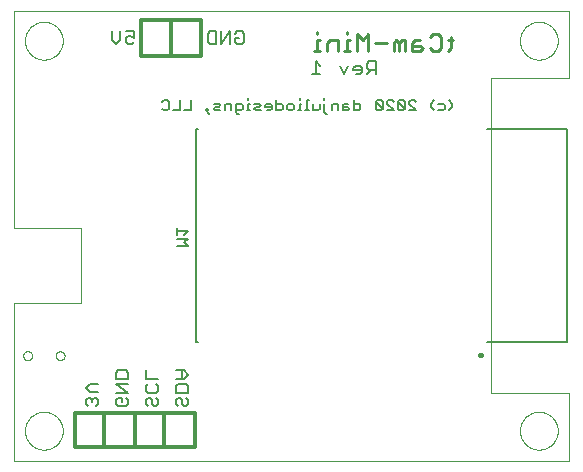
<source format=gbo>
G75*
%MOIN*%
%OFA0B0*%
%FSLAX25Y25*%
%IPPOS*%
%LPD*%
%AMOC8*
5,1,8,0,0,1.08239X$1,22.5*
%
%ADD10C,0.00000*%
%ADD11C,0.01000*%
%ADD12C,0.00600*%
%ADD13C,0.00800*%
%ADD14C,0.01200*%
%ADD15C,0.00500*%
%ADD16C,0.00945*%
D10*
X0017291Y0035785D02*
X0017291Y0088285D01*
X0039791Y0088285D01*
X0039791Y0113285D01*
X0017291Y0113285D01*
X0017291Y0185785D01*
X0202291Y0185785D01*
X0202291Y0163285D01*
X0176291Y0163285D01*
X0176291Y0058285D01*
X0202291Y0058285D01*
X0202291Y0035785D01*
X0017291Y0035785D01*
X0020992Y0045785D02*
X0020994Y0045943D01*
X0021000Y0046101D01*
X0021010Y0046259D01*
X0021024Y0046417D01*
X0021042Y0046574D01*
X0021063Y0046731D01*
X0021089Y0046887D01*
X0021119Y0047043D01*
X0021152Y0047198D01*
X0021190Y0047351D01*
X0021231Y0047504D01*
X0021276Y0047656D01*
X0021325Y0047807D01*
X0021378Y0047956D01*
X0021434Y0048104D01*
X0021494Y0048250D01*
X0021558Y0048395D01*
X0021626Y0048538D01*
X0021697Y0048680D01*
X0021771Y0048820D01*
X0021849Y0048957D01*
X0021931Y0049093D01*
X0022015Y0049227D01*
X0022104Y0049358D01*
X0022195Y0049487D01*
X0022290Y0049614D01*
X0022387Y0049739D01*
X0022488Y0049861D01*
X0022592Y0049980D01*
X0022699Y0050097D01*
X0022809Y0050211D01*
X0022922Y0050322D01*
X0023037Y0050431D01*
X0023155Y0050536D01*
X0023276Y0050638D01*
X0023399Y0050738D01*
X0023525Y0050834D01*
X0023653Y0050927D01*
X0023783Y0051017D01*
X0023916Y0051103D01*
X0024051Y0051187D01*
X0024187Y0051266D01*
X0024326Y0051343D01*
X0024467Y0051415D01*
X0024609Y0051485D01*
X0024753Y0051550D01*
X0024899Y0051612D01*
X0025046Y0051670D01*
X0025195Y0051725D01*
X0025345Y0051776D01*
X0025496Y0051823D01*
X0025648Y0051866D01*
X0025801Y0051905D01*
X0025956Y0051941D01*
X0026111Y0051972D01*
X0026267Y0052000D01*
X0026423Y0052024D01*
X0026580Y0052044D01*
X0026738Y0052060D01*
X0026895Y0052072D01*
X0027054Y0052080D01*
X0027212Y0052084D01*
X0027370Y0052084D01*
X0027528Y0052080D01*
X0027687Y0052072D01*
X0027844Y0052060D01*
X0028002Y0052044D01*
X0028159Y0052024D01*
X0028315Y0052000D01*
X0028471Y0051972D01*
X0028626Y0051941D01*
X0028781Y0051905D01*
X0028934Y0051866D01*
X0029086Y0051823D01*
X0029237Y0051776D01*
X0029387Y0051725D01*
X0029536Y0051670D01*
X0029683Y0051612D01*
X0029829Y0051550D01*
X0029973Y0051485D01*
X0030115Y0051415D01*
X0030256Y0051343D01*
X0030395Y0051266D01*
X0030531Y0051187D01*
X0030666Y0051103D01*
X0030799Y0051017D01*
X0030929Y0050927D01*
X0031057Y0050834D01*
X0031183Y0050738D01*
X0031306Y0050638D01*
X0031427Y0050536D01*
X0031545Y0050431D01*
X0031660Y0050322D01*
X0031773Y0050211D01*
X0031883Y0050097D01*
X0031990Y0049980D01*
X0032094Y0049861D01*
X0032195Y0049739D01*
X0032292Y0049614D01*
X0032387Y0049487D01*
X0032478Y0049358D01*
X0032567Y0049227D01*
X0032651Y0049093D01*
X0032733Y0048957D01*
X0032811Y0048820D01*
X0032885Y0048680D01*
X0032956Y0048538D01*
X0033024Y0048395D01*
X0033088Y0048250D01*
X0033148Y0048104D01*
X0033204Y0047956D01*
X0033257Y0047807D01*
X0033306Y0047656D01*
X0033351Y0047504D01*
X0033392Y0047351D01*
X0033430Y0047198D01*
X0033463Y0047043D01*
X0033493Y0046887D01*
X0033519Y0046731D01*
X0033540Y0046574D01*
X0033558Y0046417D01*
X0033572Y0046259D01*
X0033582Y0046101D01*
X0033588Y0045943D01*
X0033590Y0045785D01*
X0033588Y0045627D01*
X0033582Y0045469D01*
X0033572Y0045311D01*
X0033558Y0045153D01*
X0033540Y0044996D01*
X0033519Y0044839D01*
X0033493Y0044683D01*
X0033463Y0044527D01*
X0033430Y0044372D01*
X0033392Y0044219D01*
X0033351Y0044066D01*
X0033306Y0043914D01*
X0033257Y0043763D01*
X0033204Y0043614D01*
X0033148Y0043466D01*
X0033088Y0043320D01*
X0033024Y0043175D01*
X0032956Y0043032D01*
X0032885Y0042890D01*
X0032811Y0042750D01*
X0032733Y0042613D01*
X0032651Y0042477D01*
X0032567Y0042343D01*
X0032478Y0042212D01*
X0032387Y0042083D01*
X0032292Y0041956D01*
X0032195Y0041831D01*
X0032094Y0041709D01*
X0031990Y0041590D01*
X0031883Y0041473D01*
X0031773Y0041359D01*
X0031660Y0041248D01*
X0031545Y0041139D01*
X0031427Y0041034D01*
X0031306Y0040932D01*
X0031183Y0040832D01*
X0031057Y0040736D01*
X0030929Y0040643D01*
X0030799Y0040553D01*
X0030666Y0040467D01*
X0030531Y0040383D01*
X0030395Y0040304D01*
X0030256Y0040227D01*
X0030115Y0040155D01*
X0029973Y0040085D01*
X0029829Y0040020D01*
X0029683Y0039958D01*
X0029536Y0039900D01*
X0029387Y0039845D01*
X0029237Y0039794D01*
X0029086Y0039747D01*
X0028934Y0039704D01*
X0028781Y0039665D01*
X0028626Y0039629D01*
X0028471Y0039598D01*
X0028315Y0039570D01*
X0028159Y0039546D01*
X0028002Y0039526D01*
X0027844Y0039510D01*
X0027687Y0039498D01*
X0027528Y0039490D01*
X0027370Y0039486D01*
X0027212Y0039486D01*
X0027054Y0039490D01*
X0026895Y0039498D01*
X0026738Y0039510D01*
X0026580Y0039526D01*
X0026423Y0039546D01*
X0026267Y0039570D01*
X0026111Y0039598D01*
X0025956Y0039629D01*
X0025801Y0039665D01*
X0025648Y0039704D01*
X0025496Y0039747D01*
X0025345Y0039794D01*
X0025195Y0039845D01*
X0025046Y0039900D01*
X0024899Y0039958D01*
X0024753Y0040020D01*
X0024609Y0040085D01*
X0024467Y0040155D01*
X0024326Y0040227D01*
X0024187Y0040304D01*
X0024051Y0040383D01*
X0023916Y0040467D01*
X0023783Y0040553D01*
X0023653Y0040643D01*
X0023525Y0040736D01*
X0023399Y0040832D01*
X0023276Y0040932D01*
X0023155Y0041034D01*
X0023037Y0041139D01*
X0022922Y0041248D01*
X0022809Y0041359D01*
X0022699Y0041473D01*
X0022592Y0041590D01*
X0022488Y0041709D01*
X0022387Y0041831D01*
X0022290Y0041956D01*
X0022195Y0042083D01*
X0022104Y0042212D01*
X0022015Y0042343D01*
X0021931Y0042477D01*
X0021849Y0042613D01*
X0021771Y0042750D01*
X0021697Y0042890D01*
X0021626Y0043032D01*
X0021558Y0043175D01*
X0021494Y0043320D01*
X0021434Y0043466D01*
X0021378Y0043614D01*
X0021325Y0043763D01*
X0021276Y0043914D01*
X0021231Y0044066D01*
X0021190Y0044219D01*
X0021152Y0044372D01*
X0021119Y0044527D01*
X0021089Y0044683D01*
X0021063Y0044839D01*
X0021042Y0044996D01*
X0021024Y0045153D01*
X0021010Y0045311D01*
X0021000Y0045469D01*
X0020994Y0045627D01*
X0020992Y0045785D01*
X0020402Y0070785D02*
X0020404Y0070862D01*
X0020410Y0070938D01*
X0020420Y0071014D01*
X0020434Y0071089D01*
X0020451Y0071164D01*
X0020473Y0071237D01*
X0020498Y0071310D01*
X0020528Y0071381D01*
X0020560Y0071450D01*
X0020597Y0071517D01*
X0020636Y0071583D01*
X0020679Y0071646D01*
X0020726Y0071707D01*
X0020775Y0071766D01*
X0020828Y0071822D01*
X0020883Y0071875D01*
X0020941Y0071925D01*
X0021001Y0071972D01*
X0021064Y0072016D01*
X0021129Y0072057D01*
X0021196Y0072094D01*
X0021265Y0072128D01*
X0021335Y0072158D01*
X0021407Y0072184D01*
X0021481Y0072206D01*
X0021555Y0072225D01*
X0021630Y0072240D01*
X0021706Y0072251D01*
X0021782Y0072258D01*
X0021859Y0072261D01*
X0021935Y0072260D01*
X0022012Y0072255D01*
X0022088Y0072246D01*
X0022164Y0072233D01*
X0022238Y0072216D01*
X0022312Y0072196D01*
X0022385Y0072171D01*
X0022456Y0072143D01*
X0022526Y0072111D01*
X0022594Y0072076D01*
X0022660Y0072037D01*
X0022724Y0071995D01*
X0022785Y0071949D01*
X0022845Y0071900D01*
X0022901Y0071849D01*
X0022955Y0071794D01*
X0023006Y0071737D01*
X0023054Y0071677D01*
X0023099Y0071615D01*
X0023140Y0071550D01*
X0023178Y0071484D01*
X0023213Y0071416D01*
X0023243Y0071345D01*
X0023271Y0071274D01*
X0023294Y0071201D01*
X0023314Y0071127D01*
X0023330Y0071052D01*
X0023342Y0070976D01*
X0023350Y0070900D01*
X0023354Y0070823D01*
X0023354Y0070747D01*
X0023350Y0070670D01*
X0023342Y0070594D01*
X0023330Y0070518D01*
X0023314Y0070443D01*
X0023294Y0070369D01*
X0023271Y0070296D01*
X0023243Y0070225D01*
X0023213Y0070154D01*
X0023178Y0070086D01*
X0023140Y0070020D01*
X0023099Y0069955D01*
X0023054Y0069893D01*
X0023006Y0069833D01*
X0022955Y0069776D01*
X0022901Y0069721D01*
X0022845Y0069670D01*
X0022785Y0069621D01*
X0022724Y0069575D01*
X0022660Y0069533D01*
X0022594Y0069494D01*
X0022526Y0069459D01*
X0022456Y0069427D01*
X0022385Y0069399D01*
X0022312Y0069374D01*
X0022238Y0069354D01*
X0022164Y0069337D01*
X0022088Y0069324D01*
X0022012Y0069315D01*
X0021935Y0069310D01*
X0021859Y0069309D01*
X0021782Y0069312D01*
X0021706Y0069319D01*
X0021630Y0069330D01*
X0021555Y0069345D01*
X0021481Y0069364D01*
X0021407Y0069386D01*
X0021335Y0069412D01*
X0021265Y0069442D01*
X0021196Y0069476D01*
X0021129Y0069513D01*
X0021064Y0069554D01*
X0021001Y0069598D01*
X0020941Y0069645D01*
X0020883Y0069695D01*
X0020828Y0069748D01*
X0020775Y0069804D01*
X0020726Y0069863D01*
X0020679Y0069924D01*
X0020636Y0069987D01*
X0020597Y0070053D01*
X0020560Y0070120D01*
X0020528Y0070189D01*
X0020498Y0070260D01*
X0020473Y0070333D01*
X0020451Y0070406D01*
X0020434Y0070481D01*
X0020420Y0070556D01*
X0020410Y0070632D01*
X0020404Y0070708D01*
X0020402Y0070785D01*
X0031229Y0070785D02*
X0031231Y0070862D01*
X0031237Y0070938D01*
X0031247Y0071014D01*
X0031261Y0071089D01*
X0031278Y0071164D01*
X0031300Y0071237D01*
X0031325Y0071310D01*
X0031355Y0071381D01*
X0031387Y0071450D01*
X0031424Y0071517D01*
X0031463Y0071583D01*
X0031506Y0071646D01*
X0031553Y0071707D01*
X0031602Y0071766D01*
X0031655Y0071822D01*
X0031710Y0071875D01*
X0031768Y0071925D01*
X0031828Y0071972D01*
X0031891Y0072016D01*
X0031956Y0072057D01*
X0032023Y0072094D01*
X0032092Y0072128D01*
X0032162Y0072158D01*
X0032234Y0072184D01*
X0032308Y0072206D01*
X0032382Y0072225D01*
X0032457Y0072240D01*
X0032533Y0072251D01*
X0032609Y0072258D01*
X0032686Y0072261D01*
X0032762Y0072260D01*
X0032839Y0072255D01*
X0032915Y0072246D01*
X0032991Y0072233D01*
X0033065Y0072216D01*
X0033139Y0072196D01*
X0033212Y0072171D01*
X0033283Y0072143D01*
X0033353Y0072111D01*
X0033421Y0072076D01*
X0033487Y0072037D01*
X0033551Y0071995D01*
X0033612Y0071949D01*
X0033672Y0071900D01*
X0033728Y0071849D01*
X0033782Y0071794D01*
X0033833Y0071737D01*
X0033881Y0071677D01*
X0033926Y0071615D01*
X0033967Y0071550D01*
X0034005Y0071484D01*
X0034040Y0071416D01*
X0034070Y0071345D01*
X0034098Y0071274D01*
X0034121Y0071201D01*
X0034141Y0071127D01*
X0034157Y0071052D01*
X0034169Y0070976D01*
X0034177Y0070900D01*
X0034181Y0070823D01*
X0034181Y0070747D01*
X0034177Y0070670D01*
X0034169Y0070594D01*
X0034157Y0070518D01*
X0034141Y0070443D01*
X0034121Y0070369D01*
X0034098Y0070296D01*
X0034070Y0070225D01*
X0034040Y0070154D01*
X0034005Y0070086D01*
X0033967Y0070020D01*
X0033926Y0069955D01*
X0033881Y0069893D01*
X0033833Y0069833D01*
X0033782Y0069776D01*
X0033728Y0069721D01*
X0033672Y0069670D01*
X0033612Y0069621D01*
X0033551Y0069575D01*
X0033487Y0069533D01*
X0033421Y0069494D01*
X0033353Y0069459D01*
X0033283Y0069427D01*
X0033212Y0069399D01*
X0033139Y0069374D01*
X0033065Y0069354D01*
X0032991Y0069337D01*
X0032915Y0069324D01*
X0032839Y0069315D01*
X0032762Y0069310D01*
X0032686Y0069309D01*
X0032609Y0069312D01*
X0032533Y0069319D01*
X0032457Y0069330D01*
X0032382Y0069345D01*
X0032308Y0069364D01*
X0032234Y0069386D01*
X0032162Y0069412D01*
X0032092Y0069442D01*
X0032023Y0069476D01*
X0031956Y0069513D01*
X0031891Y0069554D01*
X0031828Y0069598D01*
X0031768Y0069645D01*
X0031710Y0069695D01*
X0031655Y0069748D01*
X0031602Y0069804D01*
X0031553Y0069863D01*
X0031506Y0069924D01*
X0031463Y0069987D01*
X0031424Y0070053D01*
X0031387Y0070120D01*
X0031355Y0070189D01*
X0031325Y0070260D01*
X0031300Y0070333D01*
X0031278Y0070406D01*
X0031261Y0070481D01*
X0031247Y0070556D01*
X0031237Y0070632D01*
X0031231Y0070708D01*
X0031229Y0070785D01*
X0020992Y0175785D02*
X0020994Y0175943D01*
X0021000Y0176101D01*
X0021010Y0176259D01*
X0021024Y0176417D01*
X0021042Y0176574D01*
X0021063Y0176731D01*
X0021089Y0176887D01*
X0021119Y0177043D01*
X0021152Y0177198D01*
X0021190Y0177351D01*
X0021231Y0177504D01*
X0021276Y0177656D01*
X0021325Y0177807D01*
X0021378Y0177956D01*
X0021434Y0178104D01*
X0021494Y0178250D01*
X0021558Y0178395D01*
X0021626Y0178538D01*
X0021697Y0178680D01*
X0021771Y0178820D01*
X0021849Y0178957D01*
X0021931Y0179093D01*
X0022015Y0179227D01*
X0022104Y0179358D01*
X0022195Y0179487D01*
X0022290Y0179614D01*
X0022387Y0179739D01*
X0022488Y0179861D01*
X0022592Y0179980D01*
X0022699Y0180097D01*
X0022809Y0180211D01*
X0022922Y0180322D01*
X0023037Y0180431D01*
X0023155Y0180536D01*
X0023276Y0180638D01*
X0023399Y0180738D01*
X0023525Y0180834D01*
X0023653Y0180927D01*
X0023783Y0181017D01*
X0023916Y0181103D01*
X0024051Y0181187D01*
X0024187Y0181266D01*
X0024326Y0181343D01*
X0024467Y0181415D01*
X0024609Y0181485D01*
X0024753Y0181550D01*
X0024899Y0181612D01*
X0025046Y0181670D01*
X0025195Y0181725D01*
X0025345Y0181776D01*
X0025496Y0181823D01*
X0025648Y0181866D01*
X0025801Y0181905D01*
X0025956Y0181941D01*
X0026111Y0181972D01*
X0026267Y0182000D01*
X0026423Y0182024D01*
X0026580Y0182044D01*
X0026738Y0182060D01*
X0026895Y0182072D01*
X0027054Y0182080D01*
X0027212Y0182084D01*
X0027370Y0182084D01*
X0027528Y0182080D01*
X0027687Y0182072D01*
X0027844Y0182060D01*
X0028002Y0182044D01*
X0028159Y0182024D01*
X0028315Y0182000D01*
X0028471Y0181972D01*
X0028626Y0181941D01*
X0028781Y0181905D01*
X0028934Y0181866D01*
X0029086Y0181823D01*
X0029237Y0181776D01*
X0029387Y0181725D01*
X0029536Y0181670D01*
X0029683Y0181612D01*
X0029829Y0181550D01*
X0029973Y0181485D01*
X0030115Y0181415D01*
X0030256Y0181343D01*
X0030395Y0181266D01*
X0030531Y0181187D01*
X0030666Y0181103D01*
X0030799Y0181017D01*
X0030929Y0180927D01*
X0031057Y0180834D01*
X0031183Y0180738D01*
X0031306Y0180638D01*
X0031427Y0180536D01*
X0031545Y0180431D01*
X0031660Y0180322D01*
X0031773Y0180211D01*
X0031883Y0180097D01*
X0031990Y0179980D01*
X0032094Y0179861D01*
X0032195Y0179739D01*
X0032292Y0179614D01*
X0032387Y0179487D01*
X0032478Y0179358D01*
X0032567Y0179227D01*
X0032651Y0179093D01*
X0032733Y0178957D01*
X0032811Y0178820D01*
X0032885Y0178680D01*
X0032956Y0178538D01*
X0033024Y0178395D01*
X0033088Y0178250D01*
X0033148Y0178104D01*
X0033204Y0177956D01*
X0033257Y0177807D01*
X0033306Y0177656D01*
X0033351Y0177504D01*
X0033392Y0177351D01*
X0033430Y0177198D01*
X0033463Y0177043D01*
X0033493Y0176887D01*
X0033519Y0176731D01*
X0033540Y0176574D01*
X0033558Y0176417D01*
X0033572Y0176259D01*
X0033582Y0176101D01*
X0033588Y0175943D01*
X0033590Y0175785D01*
X0033588Y0175627D01*
X0033582Y0175469D01*
X0033572Y0175311D01*
X0033558Y0175153D01*
X0033540Y0174996D01*
X0033519Y0174839D01*
X0033493Y0174683D01*
X0033463Y0174527D01*
X0033430Y0174372D01*
X0033392Y0174219D01*
X0033351Y0174066D01*
X0033306Y0173914D01*
X0033257Y0173763D01*
X0033204Y0173614D01*
X0033148Y0173466D01*
X0033088Y0173320D01*
X0033024Y0173175D01*
X0032956Y0173032D01*
X0032885Y0172890D01*
X0032811Y0172750D01*
X0032733Y0172613D01*
X0032651Y0172477D01*
X0032567Y0172343D01*
X0032478Y0172212D01*
X0032387Y0172083D01*
X0032292Y0171956D01*
X0032195Y0171831D01*
X0032094Y0171709D01*
X0031990Y0171590D01*
X0031883Y0171473D01*
X0031773Y0171359D01*
X0031660Y0171248D01*
X0031545Y0171139D01*
X0031427Y0171034D01*
X0031306Y0170932D01*
X0031183Y0170832D01*
X0031057Y0170736D01*
X0030929Y0170643D01*
X0030799Y0170553D01*
X0030666Y0170467D01*
X0030531Y0170383D01*
X0030395Y0170304D01*
X0030256Y0170227D01*
X0030115Y0170155D01*
X0029973Y0170085D01*
X0029829Y0170020D01*
X0029683Y0169958D01*
X0029536Y0169900D01*
X0029387Y0169845D01*
X0029237Y0169794D01*
X0029086Y0169747D01*
X0028934Y0169704D01*
X0028781Y0169665D01*
X0028626Y0169629D01*
X0028471Y0169598D01*
X0028315Y0169570D01*
X0028159Y0169546D01*
X0028002Y0169526D01*
X0027844Y0169510D01*
X0027687Y0169498D01*
X0027528Y0169490D01*
X0027370Y0169486D01*
X0027212Y0169486D01*
X0027054Y0169490D01*
X0026895Y0169498D01*
X0026738Y0169510D01*
X0026580Y0169526D01*
X0026423Y0169546D01*
X0026267Y0169570D01*
X0026111Y0169598D01*
X0025956Y0169629D01*
X0025801Y0169665D01*
X0025648Y0169704D01*
X0025496Y0169747D01*
X0025345Y0169794D01*
X0025195Y0169845D01*
X0025046Y0169900D01*
X0024899Y0169958D01*
X0024753Y0170020D01*
X0024609Y0170085D01*
X0024467Y0170155D01*
X0024326Y0170227D01*
X0024187Y0170304D01*
X0024051Y0170383D01*
X0023916Y0170467D01*
X0023783Y0170553D01*
X0023653Y0170643D01*
X0023525Y0170736D01*
X0023399Y0170832D01*
X0023276Y0170932D01*
X0023155Y0171034D01*
X0023037Y0171139D01*
X0022922Y0171248D01*
X0022809Y0171359D01*
X0022699Y0171473D01*
X0022592Y0171590D01*
X0022488Y0171709D01*
X0022387Y0171831D01*
X0022290Y0171956D01*
X0022195Y0172083D01*
X0022104Y0172212D01*
X0022015Y0172343D01*
X0021931Y0172477D01*
X0021849Y0172613D01*
X0021771Y0172750D01*
X0021697Y0172890D01*
X0021626Y0173032D01*
X0021558Y0173175D01*
X0021494Y0173320D01*
X0021434Y0173466D01*
X0021378Y0173614D01*
X0021325Y0173763D01*
X0021276Y0173914D01*
X0021231Y0174066D01*
X0021190Y0174219D01*
X0021152Y0174372D01*
X0021119Y0174527D01*
X0021089Y0174683D01*
X0021063Y0174839D01*
X0021042Y0174996D01*
X0021024Y0175153D01*
X0021010Y0175311D01*
X0021000Y0175469D01*
X0020994Y0175627D01*
X0020992Y0175785D01*
X0185992Y0175785D02*
X0185994Y0175943D01*
X0186000Y0176101D01*
X0186010Y0176259D01*
X0186024Y0176417D01*
X0186042Y0176574D01*
X0186063Y0176731D01*
X0186089Y0176887D01*
X0186119Y0177043D01*
X0186152Y0177198D01*
X0186190Y0177351D01*
X0186231Y0177504D01*
X0186276Y0177656D01*
X0186325Y0177807D01*
X0186378Y0177956D01*
X0186434Y0178104D01*
X0186494Y0178250D01*
X0186558Y0178395D01*
X0186626Y0178538D01*
X0186697Y0178680D01*
X0186771Y0178820D01*
X0186849Y0178957D01*
X0186931Y0179093D01*
X0187015Y0179227D01*
X0187104Y0179358D01*
X0187195Y0179487D01*
X0187290Y0179614D01*
X0187387Y0179739D01*
X0187488Y0179861D01*
X0187592Y0179980D01*
X0187699Y0180097D01*
X0187809Y0180211D01*
X0187922Y0180322D01*
X0188037Y0180431D01*
X0188155Y0180536D01*
X0188276Y0180638D01*
X0188399Y0180738D01*
X0188525Y0180834D01*
X0188653Y0180927D01*
X0188783Y0181017D01*
X0188916Y0181103D01*
X0189051Y0181187D01*
X0189187Y0181266D01*
X0189326Y0181343D01*
X0189467Y0181415D01*
X0189609Y0181485D01*
X0189753Y0181550D01*
X0189899Y0181612D01*
X0190046Y0181670D01*
X0190195Y0181725D01*
X0190345Y0181776D01*
X0190496Y0181823D01*
X0190648Y0181866D01*
X0190801Y0181905D01*
X0190956Y0181941D01*
X0191111Y0181972D01*
X0191267Y0182000D01*
X0191423Y0182024D01*
X0191580Y0182044D01*
X0191738Y0182060D01*
X0191895Y0182072D01*
X0192054Y0182080D01*
X0192212Y0182084D01*
X0192370Y0182084D01*
X0192528Y0182080D01*
X0192687Y0182072D01*
X0192844Y0182060D01*
X0193002Y0182044D01*
X0193159Y0182024D01*
X0193315Y0182000D01*
X0193471Y0181972D01*
X0193626Y0181941D01*
X0193781Y0181905D01*
X0193934Y0181866D01*
X0194086Y0181823D01*
X0194237Y0181776D01*
X0194387Y0181725D01*
X0194536Y0181670D01*
X0194683Y0181612D01*
X0194829Y0181550D01*
X0194973Y0181485D01*
X0195115Y0181415D01*
X0195256Y0181343D01*
X0195395Y0181266D01*
X0195531Y0181187D01*
X0195666Y0181103D01*
X0195799Y0181017D01*
X0195929Y0180927D01*
X0196057Y0180834D01*
X0196183Y0180738D01*
X0196306Y0180638D01*
X0196427Y0180536D01*
X0196545Y0180431D01*
X0196660Y0180322D01*
X0196773Y0180211D01*
X0196883Y0180097D01*
X0196990Y0179980D01*
X0197094Y0179861D01*
X0197195Y0179739D01*
X0197292Y0179614D01*
X0197387Y0179487D01*
X0197478Y0179358D01*
X0197567Y0179227D01*
X0197651Y0179093D01*
X0197733Y0178957D01*
X0197811Y0178820D01*
X0197885Y0178680D01*
X0197956Y0178538D01*
X0198024Y0178395D01*
X0198088Y0178250D01*
X0198148Y0178104D01*
X0198204Y0177956D01*
X0198257Y0177807D01*
X0198306Y0177656D01*
X0198351Y0177504D01*
X0198392Y0177351D01*
X0198430Y0177198D01*
X0198463Y0177043D01*
X0198493Y0176887D01*
X0198519Y0176731D01*
X0198540Y0176574D01*
X0198558Y0176417D01*
X0198572Y0176259D01*
X0198582Y0176101D01*
X0198588Y0175943D01*
X0198590Y0175785D01*
X0198588Y0175627D01*
X0198582Y0175469D01*
X0198572Y0175311D01*
X0198558Y0175153D01*
X0198540Y0174996D01*
X0198519Y0174839D01*
X0198493Y0174683D01*
X0198463Y0174527D01*
X0198430Y0174372D01*
X0198392Y0174219D01*
X0198351Y0174066D01*
X0198306Y0173914D01*
X0198257Y0173763D01*
X0198204Y0173614D01*
X0198148Y0173466D01*
X0198088Y0173320D01*
X0198024Y0173175D01*
X0197956Y0173032D01*
X0197885Y0172890D01*
X0197811Y0172750D01*
X0197733Y0172613D01*
X0197651Y0172477D01*
X0197567Y0172343D01*
X0197478Y0172212D01*
X0197387Y0172083D01*
X0197292Y0171956D01*
X0197195Y0171831D01*
X0197094Y0171709D01*
X0196990Y0171590D01*
X0196883Y0171473D01*
X0196773Y0171359D01*
X0196660Y0171248D01*
X0196545Y0171139D01*
X0196427Y0171034D01*
X0196306Y0170932D01*
X0196183Y0170832D01*
X0196057Y0170736D01*
X0195929Y0170643D01*
X0195799Y0170553D01*
X0195666Y0170467D01*
X0195531Y0170383D01*
X0195395Y0170304D01*
X0195256Y0170227D01*
X0195115Y0170155D01*
X0194973Y0170085D01*
X0194829Y0170020D01*
X0194683Y0169958D01*
X0194536Y0169900D01*
X0194387Y0169845D01*
X0194237Y0169794D01*
X0194086Y0169747D01*
X0193934Y0169704D01*
X0193781Y0169665D01*
X0193626Y0169629D01*
X0193471Y0169598D01*
X0193315Y0169570D01*
X0193159Y0169546D01*
X0193002Y0169526D01*
X0192844Y0169510D01*
X0192687Y0169498D01*
X0192528Y0169490D01*
X0192370Y0169486D01*
X0192212Y0169486D01*
X0192054Y0169490D01*
X0191895Y0169498D01*
X0191738Y0169510D01*
X0191580Y0169526D01*
X0191423Y0169546D01*
X0191267Y0169570D01*
X0191111Y0169598D01*
X0190956Y0169629D01*
X0190801Y0169665D01*
X0190648Y0169704D01*
X0190496Y0169747D01*
X0190345Y0169794D01*
X0190195Y0169845D01*
X0190046Y0169900D01*
X0189899Y0169958D01*
X0189753Y0170020D01*
X0189609Y0170085D01*
X0189467Y0170155D01*
X0189326Y0170227D01*
X0189187Y0170304D01*
X0189051Y0170383D01*
X0188916Y0170467D01*
X0188783Y0170553D01*
X0188653Y0170643D01*
X0188525Y0170736D01*
X0188399Y0170832D01*
X0188276Y0170932D01*
X0188155Y0171034D01*
X0188037Y0171139D01*
X0187922Y0171248D01*
X0187809Y0171359D01*
X0187699Y0171473D01*
X0187592Y0171590D01*
X0187488Y0171709D01*
X0187387Y0171831D01*
X0187290Y0171956D01*
X0187195Y0172083D01*
X0187104Y0172212D01*
X0187015Y0172343D01*
X0186931Y0172477D01*
X0186849Y0172613D01*
X0186771Y0172750D01*
X0186697Y0172890D01*
X0186626Y0173032D01*
X0186558Y0173175D01*
X0186494Y0173320D01*
X0186434Y0173466D01*
X0186378Y0173614D01*
X0186325Y0173763D01*
X0186276Y0173914D01*
X0186231Y0174066D01*
X0186190Y0174219D01*
X0186152Y0174372D01*
X0186119Y0174527D01*
X0186089Y0174683D01*
X0186063Y0174839D01*
X0186042Y0174996D01*
X0186024Y0175153D01*
X0186010Y0175311D01*
X0186000Y0175469D01*
X0185994Y0175627D01*
X0185992Y0175785D01*
X0185992Y0045785D02*
X0185994Y0045943D01*
X0186000Y0046101D01*
X0186010Y0046259D01*
X0186024Y0046417D01*
X0186042Y0046574D01*
X0186063Y0046731D01*
X0186089Y0046887D01*
X0186119Y0047043D01*
X0186152Y0047198D01*
X0186190Y0047351D01*
X0186231Y0047504D01*
X0186276Y0047656D01*
X0186325Y0047807D01*
X0186378Y0047956D01*
X0186434Y0048104D01*
X0186494Y0048250D01*
X0186558Y0048395D01*
X0186626Y0048538D01*
X0186697Y0048680D01*
X0186771Y0048820D01*
X0186849Y0048957D01*
X0186931Y0049093D01*
X0187015Y0049227D01*
X0187104Y0049358D01*
X0187195Y0049487D01*
X0187290Y0049614D01*
X0187387Y0049739D01*
X0187488Y0049861D01*
X0187592Y0049980D01*
X0187699Y0050097D01*
X0187809Y0050211D01*
X0187922Y0050322D01*
X0188037Y0050431D01*
X0188155Y0050536D01*
X0188276Y0050638D01*
X0188399Y0050738D01*
X0188525Y0050834D01*
X0188653Y0050927D01*
X0188783Y0051017D01*
X0188916Y0051103D01*
X0189051Y0051187D01*
X0189187Y0051266D01*
X0189326Y0051343D01*
X0189467Y0051415D01*
X0189609Y0051485D01*
X0189753Y0051550D01*
X0189899Y0051612D01*
X0190046Y0051670D01*
X0190195Y0051725D01*
X0190345Y0051776D01*
X0190496Y0051823D01*
X0190648Y0051866D01*
X0190801Y0051905D01*
X0190956Y0051941D01*
X0191111Y0051972D01*
X0191267Y0052000D01*
X0191423Y0052024D01*
X0191580Y0052044D01*
X0191738Y0052060D01*
X0191895Y0052072D01*
X0192054Y0052080D01*
X0192212Y0052084D01*
X0192370Y0052084D01*
X0192528Y0052080D01*
X0192687Y0052072D01*
X0192844Y0052060D01*
X0193002Y0052044D01*
X0193159Y0052024D01*
X0193315Y0052000D01*
X0193471Y0051972D01*
X0193626Y0051941D01*
X0193781Y0051905D01*
X0193934Y0051866D01*
X0194086Y0051823D01*
X0194237Y0051776D01*
X0194387Y0051725D01*
X0194536Y0051670D01*
X0194683Y0051612D01*
X0194829Y0051550D01*
X0194973Y0051485D01*
X0195115Y0051415D01*
X0195256Y0051343D01*
X0195395Y0051266D01*
X0195531Y0051187D01*
X0195666Y0051103D01*
X0195799Y0051017D01*
X0195929Y0050927D01*
X0196057Y0050834D01*
X0196183Y0050738D01*
X0196306Y0050638D01*
X0196427Y0050536D01*
X0196545Y0050431D01*
X0196660Y0050322D01*
X0196773Y0050211D01*
X0196883Y0050097D01*
X0196990Y0049980D01*
X0197094Y0049861D01*
X0197195Y0049739D01*
X0197292Y0049614D01*
X0197387Y0049487D01*
X0197478Y0049358D01*
X0197567Y0049227D01*
X0197651Y0049093D01*
X0197733Y0048957D01*
X0197811Y0048820D01*
X0197885Y0048680D01*
X0197956Y0048538D01*
X0198024Y0048395D01*
X0198088Y0048250D01*
X0198148Y0048104D01*
X0198204Y0047956D01*
X0198257Y0047807D01*
X0198306Y0047656D01*
X0198351Y0047504D01*
X0198392Y0047351D01*
X0198430Y0047198D01*
X0198463Y0047043D01*
X0198493Y0046887D01*
X0198519Y0046731D01*
X0198540Y0046574D01*
X0198558Y0046417D01*
X0198572Y0046259D01*
X0198582Y0046101D01*
X0198588Y0045943D01*
X0198590Y0045785D01*
X0198588Y0045627D01*
X0198582Y0045469D01*
X0198572Y0045311D01*
X0198558Y0045153D01*
X0198540Y0044996D01*
X0198519Y0044839D01*
X0198493Y0044683D01*
X0198463Y0044527D01*
X0198430Y0044372D01*
X0198392Y0044219D01*
X0198351Y0044066D01*
X0198306Y0043914D01*
X0198257Y0043763D01*
X0198204Y0043614D01*
X0198148Y0043466D01*
X0198088Y0043320D01*
X0198024Y0043175D01*
X0197956Y0043032D01*
X0197885Y0042890D01*
X0197811Y0042750D01*
X0197733Y0042613D01*
X0197651Y0042477D01*
X0197567Y0042343D01*
X0197478Y0042212D01*
X0197387Y0042083D01*
X0197292Y0041956D01*
X0197195Y0041831D01*
X0197094Y0041709D01*
X0196990Y0041590D01*
X0196883Y0041473D01*
X0196773Y0041359D01*
X0196660Y0041248D01*
X0196545Y0041139D01*
X0196427Y0041034D01*
X0196306Y0040932D01*
X0196183Y0040832D01*
X0196057Y0040736D01*
X0195929Y0040643D01*
X0195799Y0040553D01*
X0195666Y0040467D01*
X0195531Y0040383D01*
X0195395Y0040304D01*
X0195256Y0040227D01*
X0195115Y0040155D01*
X0194973Y0040085D01*
X0194829Y0040020D01*
X0194683Y0039958D01*
X0194536Y0039900D01*
X0194387Y0039845D01*
X0194237Y0039794D01*
X0194086Y0039747D01*
X0193934Y0039704D01*
X0193781Y0039665D01*
X0193626Y0039629D01*
X0193471Y0039598D01*
X0193315Y0039570D01*
X0193159Y0039546D01*
X0193002Y0039526D01*
X0192844Y0039510D01*
X0192687Y0039498D01*
X0192528Y0039490D01*
X0192370Y0039486D01*
X0192212Y0039486D01*
X0192054Y0039490D01*
X0191895Y0039498D01*
X0191738Y0039510D01*
X0191580Y0039526D01*
X0191423Y0039546D01*
X0191267Y0039570D01*
X0191111Y0039598D01*
X0190956Y0039629D01*
X0190801Y0039665D01*
X0190648Y0039704D01*
X0190496Y0039747D01*
X0190345Y0039794D01*
X0190195Y0039845D01*
X0190046Y0039900D01*
X0189899Y0039958D01*
X0189753Y0040020D01*
X0189609Y0040085D01*
X0189467Y0040155D01*
X0189326Y0040227D01*
X0189187Y0040304D01*
X0189051Y0040383D01*
X0188916Y0040467D01*
X0188783Y0040553D01*
X0188653Y0040643D01*
X0188525Y0040736D01*
X0188399Y0040832D01*
X0188276Y0040932D01*
X0188155Y0041034D01*
X0188037Y0041139D01*
X0187922Y0041248D01*
X0187809Y0041359D01*
X0187699Y0041473D01*
X0187592Y0041590D01*
X0187488Y0041709D01*
X0187387Y0041831D01*
X0187290Y0041956D01*
X0187195Y0042083D01*
X0187104Y0042212D01*
X0187015Y0042343D01*
X0186931Y0042477D01*
X0186849Y0042613D01*
X0186771Y0042750D01*
X0186697Y0042890D01*
X0186626Y0043032D01*
X0186558Y0043175D01*
X0186494Y0043320D01*
X0186434Y0043466D01*
X0186378Y0043614D01*
X0186325Y0043763D01*
X0186276Y0043914D01*
X0186231Y0044066D01*
X0186190Y0044219D01*
X0186152Y0044372D01*
X0186119Y0044527D01*
X0186089Y0044683D01*
X0186063Y0044839D01*
X0186042Y0044996D01*
X0186024Y0045153D01*
X0186010Y0045311D01*
X0186000Y0045469D01*
X0185994Y0045627D01*
X0185992Y0045785D01*
D11*
X0161923Y0172285D02*
X0162857Y0173219D01*
X0162857Y0176956D01*
X0163791Y0176022D02*
X0161923Y0176022D01*
X0159740Y0176956D02*
X0159740Y0173219D01*
X0158806Y0172285D01*
X0156938Y0172285D01*
X0156003Y0173219D01*
X0153663Y0173219D02*
X0152729Y0174153D01*
X0149926Y0174153D01*
X0149926Y0175088D02*
X0149926Y0172285D01*
X0152729Y0172285D01*
X0153663Y0173219D01*
X0152729Y0176022D02*
X0150860Y0176022D01*
X0149926Y0175088D01*
X0147586Y0176022D02*
X0146651Y0176022D01*
X0145717Y0175088D01*
X0144783Y0176022D01*
X0143849Y0175088D01*
X0143849Y0172285D01*
X0145717Y0172285D02*
X0145717Y0175088D01*
X0147586Y0176022D02*
X0147586Y0172285D01*
X0141508Y0175088D02*
X0137772Y0175088D01*
X0135431Y0177890D02*
X0133563Y0176022D01*
X0131695Y0177890D01*
X0131695Y0172285D01*
X0129354Y0172285D02*
X0127486Y0172285D01*
X0128420Y0172285D02*
X0128420Y0176022D01*
X0129354Y0176022D01*
X0128420Y0177890D02*
X0128420Y0178824D01*
X0125302Y0176022D02*
X0122500Y0176022D01*
X0121566Y0175088D01*
X0121566Y0172285D01*
X0119225Y0172285D02*
X0117357Y0172285D01*
X0118291Y0172285D02*
X0118291Y0176022D01*
X0119225Y0176022D01*
X0118291Y0177890D02*
X0118291Y0178824D01*
X0125302Y0176022D02*
X0125302Y0172285D01*
X0135431Y0172285D02*
X0135431Y0177890D01*
X0156003Y0176956D02*
X0156938Y0177890D01*
X0158806Y0177890D01*
X0159740Y0176956D01*
D12*
X0157353Y0155988D02*
X0156218Y0154854D01*
X0156218Y0153719D01*
X0157353Y0152585D01*
X0158767Y0152585D02*
X0160469Y0152585D01*
X0161036Y0153152D01*
X0161036Y0154287D01*
X0160469Y0154854D01*
X0158767Y0154854D01*
X0162357Y0155988D02*
X0163491Y0154854D01*
X0163491Y0153719D01*
X0162357Y0152585D01*
X0151214Y0152585D02*
X0148946Y0154854D01*
X0148946Y0155421D01*
X0149513Y0155988D01*
X0150647Y0155988D01*
X0151214Y0155421D01*
X0151214Y0152585D02*
X0148946Y0152585D01*
X0147531Y0153152D02*
X0145262Y0155421D01*
X0145262Y0153152D01*
X0145830Y0152585D01*
X0146964Y0152585D01*
X0147531Y0153152D01*
X0147531Y0155421D01*
X0146964Y0155988D01*
X0145830Y0155988D01*
X0145262Y0155421D01*
X0143848Y0155421D02*
X0143281Y0155988D01*
X0142146Y0155988D01*
X0141579Y0155421D01*
X0141579Y0154854D01*
X0143848Y0152585D01*
X0141579Y0152585D01*
X0140165Y0153152D02*
X0137896Y0155421D01*
X0137896Y0153152D01*
X0138463Y0152585D01*
X0139598Y0152585D01*
X0140165Y0153152D01*
X0140165Y0155421D01*
X0139598Y0155988D01*
X0138463Y0155988D01*
X0137896Y0155421D01*
X0132798Y0154287D02*
X0132798Y0153152D01*
X0132231Y0152585D01*
X0130530Y0152585D01*
X0130530Y0155988D01*
X0130530Y0154854D02*
X0132231Y0154854D01*
X0132798Y0154287D01*
X0129115Y0153152D02*
X0128548Y0153719D01*
X0126847Y0153719D01*
X0126847Y0154287D02*
X0126847Y0152585D01*
X0128548Y0152585D01*
X0129115Y0153152D01*
X0128548Y0154854D02*
X0127414Y0154854D01*
X0126847Y0154287D01*
X0125432Y0154854D02*
X0125432Y0152585D01*
X0123164Y0152585D02*
X0123164Y0154287D01*
X0123731Y0154854D01*
X0125432Y0154854D01*
X0120615Y0154854D02*
X0120615Y0152018D01*
X0121182Y0151451D01*
X0121749Y0151451D01*
X0119294Y0153152D02*
X0119294Y0154854D01*
X0119294Y0153152D02*
X0118726Y0152585D01*
X0117025Y0152585D01*
X0117025Y0154854D01*
X0115610Y0155988D02*
X0115043Y0155988D01*
X0115043Y0152585D01*
X0115610Y0152585D02*
X0114476Y0152585D01*
X0113155Y0152585D02*
X0112021Y0152585D01*
X0112588Y0152585D02*
X0112588Y0154854D01*
X0113155Y0154854D01*
X0112588Y0155988D02*
X0112588Y0156555D01*
X0110700Y0154287D02*
X0110700Y0153152D01*
X0110132Y0152585D01*
X0108998Y0152585D01*
X0108431Y0153152D01*
X0108431Y0154287D01*
X0108998Y0154854D01*
X0110132Y0154854D01*
X0110700Y0154287D01*
X0107016Y0154287D02*
X0107016Y0153152D01*
X0106449Y0152585D01*
X0104748Y0152585D01*
X0104748Y0155988D01*
X0104748Y0154854D02*
X0106449Y0154854D01*
X0107016Y0154287D01*
X0103333Y0154287D02*
X0103333Y0153152D01*
X0102766Y0152585D01*
X0101632Y0152585D01*
X0101065Y0153719D02*
X0103333Y0153719D01*
X0103333Y0154287D02*
X0102766Y0154854D01*
X0101632Y0154854D01*
X0101065Y0154287D01*
X0101065Y0153719D01*
X0099650Y0154287D02*
X0099083Y0154854D01*
X0097382Y0154854D01*
X0097949Y0153719D02*
X0097382Y0153152D01*
X0097949Y0152585D01*
X0099650Y0152585D01*
X0099083Y0153719D02*
X0099650Y0154287D01*
X0099083Y0153719D02*
X0097949Y0153719D01*
X0095967Y0152585D02*
X0094833Y0152585D01*
X0095400Y0152585D02*
X0095400Y0154854D01*
X0095967Y0154854D01*
X0095400Y0155988D02*
X0095400Y0156555D01*
X0093512Y0154287D02*
X0093512Y0153152D01*
X0092944Y0152585D01*
X0091243Y0152585D01*
X0091243Y0152018D02*
X0091243Y0154854D01*
X0092944Y0154854D01*
X0093512Y0154287D01*
X0092377Y0151451D02*
X0091810Y0151451D01*
X0091243Y0152018D01*
X0089828Y0152585D02*
X0089828Y0154854D01*
X0088127Y0154854D01*
X0087560Y0154287D01*
X0087560Y0152585D01*
X0086145Y0152585D02*
X0084444Y0152585D01*
X0083877Y0153152D01*
X0084444Y0153719D01*
X0085578Y0153719D01*
X0086145Y0154287D01*
X0085578Y0154854D01*
X0083877Y0154854D01*
X0081895Y0153152D02*
X0081895Y0152585D01*
X0081328Y0152585D01*
X0081328Y0153152D01*
X0081895Y0153152D01*
X0081328Y0152585D02*
X0082462Y0151451D01*
X0076324Y0152585D02*
X0074055Y0152585D01*
X0072640Y0152585D02*
X0070372Y0152585D01*
X0068957Y0153152D02*
X0068390Y0152585D01*
X0067256Y0152585D01*
X0066689Y0153152D01*
X0068957Y0153152D02*
X0068957Y0155421D01*
X0068390Y0155988D01*
X0067256Y0155988D01*
X0066689Y0155421D01*
X0072640Y0155988D02*
X0072640Y0152585D01*
X0076324Y0152585D02*
X0076324Y0155988D01*
X0071817Y0113392D02*
X0071817Y0111123D01*
X0071817Y0112258D02*
X0075219Y0112258D01*
X0074085Y0111123D01*
X0075219Y0109709D02*
X0071817Y0109709D01*
X0071817Y0107440D02*
X0075219Y0107440D01*
X0074085Y0108575D01*
X0075219Y0109709D01*
X0120615Y0155988D02*
X0120615Y0156555D01*
D13*
X0119476Y0164685D02*
X0116673Y0164685D01*
X0118074Y0164685D02*
X0118074Y0168889D01*
X0119476Y0167488D01*
X0125881Y0167488D02*
X0127282Y0164685D01*
X0128683Y0167488D01*
X0130485Y0166787D02*
X0130485Y0166086D01*
X0133287Y0166086D01*
X0133287Y0165386D02*
X0133287Y0166787D01*
X0132587Y0167488D01*
X0131186Y0167488D01*
X0130485Y0166787D01*
X0131186Y0164685D02*
X0132587Y0164685D01*
X0133287Y0165386D01*
X0135089Y0164685D02*
X0136490Y0166086D01*
X0135790Y0166086D02*
X0137891Y0166086D01*
X0137891Y0164685D02*
X0137891Y0168889D01*
X0135790Y0168889D01*
X0135089Y0168188D01*
X0135089Y0166787D01*
X0135790Y0166086D01*
X0093891Y0175386D02*
X0093191Y0174685D01*
X0091790Y0174685D01*
X0091089Y0175386D01*
X0091089Y0176787D01*
X0092490Y0176787D01*
X0091089Y0178188D02*
X0091790Y0178889D01*
X0093191Y0178889D01*
X0093891Y0178188D01*
X0093891Y0175386D01*
X0089287Y0174685D02*
X0089287Y0178889D01*
X0086485Y0174685D01*
X0086485Y0178889D01*
X0084683Y0178889D02*
X0082582Y0178889D01*
X0081881Y0178188D01*
X0081881Y0175386D01*
X0082582Y0174685D01*
X0084683Y0174685D01*
X0084683Y0178889D01*
X0057391Y0178889D02*
X0057391Y0176787D01*
X0055990Y0177488D01*
X0055290Y0177488D01*
X0054589Y0176787D01*
X0054589Y0175386D01*
X0055290Y0174685D01*
X0056691Y0174685D01*
X0057391Y0175386D01*
X0057391Y0178889D02*
X0054589Y0178889D01*
X0052787Y0178889D02*
X0052787Y0176086D01*
X0051386Y0174685D01*
X0049985Y0176086D01*
X0049985Y0178889D01*
X0051892Y0065884D02*
X0054694Y0065884D01*
X0055395Y0065183D01*
X0055395Y0063081D01*
X0051191Y0063081D01*
X0051191Y0065183D01*
X0051892Y0065884D01*
X0051191Y0061280D02*
X0055395Y0061280D01*
X0055395Y0058477D02*
X0051191Y0061280D01*
X0051191Y0058477D02*
X0055395Y0058477D01*
X0054694Y0056676D02*
X0055395Y0055975D01*
X0055395Y0054574D01*
X0054694Y0053873D01*
X0051892Y0053873D01*
X0051191Y0054574D01*
X0051191Y0055975D01*
X0051892Y0056676D01*
X0053293Y0056676D01*
X0053293Y0055275D01*
X0045395Y0054678D02*
X0045395Y0056079D01*
X0044694Y0056780D01*
X0043994Y0056780D01*
X0043293Y0056079D01*
X0042593Y0056780D01*
X0041892Y0056780D01*
X0041191Y0056079D01*
X0041191Y0054678D01*
X0041892Y0053977D01*
X0043293Y0055378D02*
X0043293Y0056079D01*
X0044694Y0053977D02*
X0045395Y0054678D01*
X0045395Y0058581D02*
X0042593Y0058581D01*
X0041191Y0059982D01*
X0042593Y0061384D01*
X0045395Y0061384D01*
X0061191Y0060579D02*
X0061191Y0059178D01*
X0061892Y0058477D01*
X0064694Y0058477D01*
X0065395Y0059178D01*
X0065395Y0060579D01*
X0064694Y0061280D01*
X0065395Y0063081D02*
X0061191Y0063081D01*
X0061191Y0065884D01*
X0061892Y0061280D02*
X0061191Y0060579D01*
X0061892Y0056676D02*
X0061191Y0055975D01*
X0061191Y0054574D01*
X0061892Y0053873D01*
X0063293Y0054574D02*
X0063293Y0055975D01*
X0062593Y0056676D01*
X0061892Y0056676D01*
X0063293Y0054574D02*
X0063994Y0053873D01*
X0064694Y0053873D01*
X0065395Y0054574D01*
X0065395Y0055975D01*
X0064694Y0056676D01*
X0071191Y0055975D02*
X0071191Y0054574D01*
X0071892Y0053873D01*
X0073293Y0054574D02*
X0073293Y0055975D01*
X0072593Y0056676D01*
X0071892Y0056676D01*
X0071191Y0055975D01*
X0073293Y0054574D02*
X0073994Y0053873D01*
X0074694Y0053873D01*
X0075395Y0054574D01*
X0075395Y0055975D01*
X0074694Y0056676D01*
X0075395Y0058477D02*
X0075395Y0060579D01*
X0074694Y0061280D01*
X0071892Y0061280D01*
X0071191Y0060579D01*
X0071191Y0058477D01*
X0075395Y0058477D01*
X0073994Y0063081D02*
X0075395Y0064482D01*
X0073994Y0065884D01*
X0071191Y0065884D01*
X0073293Y0065884D02*
X0073293Y0063081D01*
X0073994Y0063081D02*
X0071191Y0063081D01*
D14*
X0067291Y0051785D02*
X0057791Y0051785D01*
X0057791Y0040285D01*
X0067291Y0040285D01*
X0067291Y0051785D01*
X0077791Y0051785D01*
X0077791Y0040285D01*
X0067291Y0040285D01*
X0057791Y0040285D02*
X0047291Y0040285D01*
X0047291Y0051785D01*
X0037791Y0051785D01*
X0037791Y0040285D01*
X0047291Y0040285D01*
X0047291Y0051785D02*
X0057791Y0051785D01*
X0059791Y0170785D02*
X0059791Y0182785D01*
X0069791Y0182785D01*
X0069791Y0170785D01*
X0059791Y0170785D01*
X0069791Y0170785D02*
X0079791Y0170785D01*
X0079791Y0182785D01*
X0069791Y0182785D01*
D15*
X0077980Y0146218D02*
X0078768Y0146218D01*
X0077980Y0146218D02*
X0077980Y0075352D01*
X0078571Y0075352D01*
X0175028Y0075352D02*
X0201602Y0075352D01*
X0201602Y0146218D01*
X0175028Y0146218D01*
D16*
X0172390Y0071021D02*
X0172392Y0071064D01*
X0172398Y0071106D01*
X0172408Y0071148D01*
X0172421Y0071189D01*
X0172438Y0071229D01*
X0172459Y0071266D01*
X0172483Y0071302D01*
X0172510Y0071335D01*
X0172540Y0071366D01*
X0172573Y0071394D01*
X0172608Y0071419D01*
X0172645Y0071440D01*
X0172684Y0071458D01*
X0172724Y0071472D01*
X0172766Y0071483D01*
X0172808Y0071490D01*
X0172851Y0071493D01*
X0172894Y0071492D01*
X0172937Y0071487D01*
X0172979Y0071478D01*
X0173020Y0071466D01*
X0173060Y0071450D01*
X0173098Y0071430D01*
X0173134Y0071407D01*
X0173168Y0071380D01*
X0173200Y0071351D01*
X0173228Y0071319D01*
X0173254Y0071284D01*
X0173276Y0071248D01*
X0173295Y0071209D01*
X0173310Y0071169D01*
X0173322Y0071128D01*
X0173330Y0071085D01*
X0173334Y0071042D01*
X0173334Y0071000D01*
X0173330Y0070957D01*
X0173322Y0070914D01*
X0173310Y0070873D01*
X0173295Y0070833D01*
X0173276Y0070794D01*
X0173254Y0070758D01*
X0173228Y0070723D01*
X0173200Y0070691D01*
X0173168Y0070662D01*
X0173134Y0070635D01*
X0173098Y0070612D01*
X0173060Y0070592D01*
X0173020Y0070576D01*
X0172979Y0070564D01*
X0172937Y0070555D01*
X0172894Y0070550D01*
X0172851Y0070549D01*
X0172808Y0070552D01*
X0172766Y0070559D01*
X0172724Y0070570D01*
X0172684Y0070584D01*
X0172645Y0070602D01*
X0172608Y0070623D01*
X0172573Y0070648D01*
X0172540Y0070676D01*
X0172510Y0070707D01*
X0172483Y0070740D01*
X0172459Y0070776D01*
X0172438Y0070813D01*
X0172421Y0070853D01*
X0172408Y0070894D01*
X0172398Y0070936D01*
X0172392Y0070978D01*
X0172390Y0071021D01*
M02*

</source>
